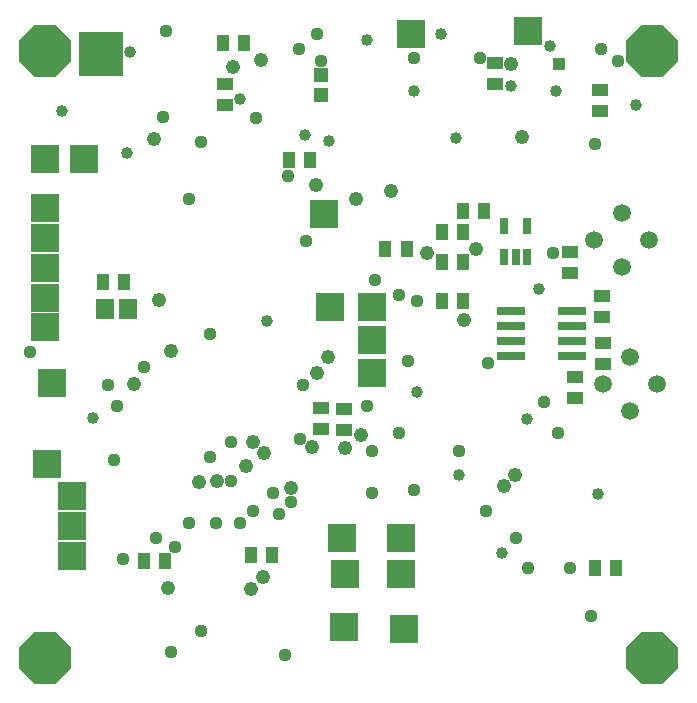
<source format=gbs>
G75*
%MOIN*%
%OFA0B0*%
%FSLAX25Y25*%
%IPPOS*%
%LPD*%
%AMOC8*
5,1,8,0,0,1.08239X$1,22.5*
%
%ADD10R,0.03950X0.05524*%
%ADD11R,0.05524X0.03950*%
%ADD12R,0.05918X0.06706*%
%ADD13C,0.05950*%
%ADD14R,0.09461X0.03162*%
%ADD15R,0.04737X0.05131*%
%ADD16R,0.03162X0.05524*%
%ADD17R,0.09800X0.09800*%
%ADD18C,0.04400*%
%ADD19C,0.04369*%
%ADD20C,0.04800*%
%ADD21OC8,0.17300*%
%ADD22C,0.03975*%
%ADD23R,0.14800X0.14800*%
%ADD24R,0.04400X0.04400*%
D10*
X0072186Y0055737D03*
X0079272Y0055737D03*
X0108020Y0057603D03*
X0115107Y0057603D03*
X0171674Y0142312D03*
X0178761Y0142312D03*
X0178761Y0155312D03*
X0171674Y0155312D03*
X0171674Y0165312D03*
X0178761Y0165312D03*
X0178674Y0172312D03*
X0185761Y0172312D03*
X0159891Y0159590D03*
X0152805Y0159590D03*
X0127761Y0189312D03*
X0120674Y0189312D03*
X0105761Y0228312D03*
X0098674Y0228312D03*
X0065753Y0148548D03*
X0058666Y0148548D03*
X0222674Y0053312D03*
X0229761Y0053312D03*
D11*
X0216117Y0110069D03*
X0216117Y0117155D03*
X0225249Y0121312D03*
X0225249Y0128398D03*
X0224910Y0136887D03*
X0224910Y0143973D03*
X0214217Y0151769D03*
X0214217Y0158855D03*
X0224217Y0205769D03*
X0224217Y0212855D03*
X0189217Y0214769D03*
X0189217Y0221855D03*
X0099217Y0214855D03*
X0099217Y0207769D03*
X0131217Y0106847D03*
X0131217Y0099761D03*
X0139091Y0099312D03*
X0139091Y0106398D03*
D12*
X0066910Y0139635D03*
X0059430Y0139635D03*
D13*
X0222477Y0162698D03*
X0231509Y0171725D03*
X0240540Y0162698D03*
X0231509Y0153670D03*
X0234249Y0123733D03*
X0243280Y0114706D03*
X0234249Y0105678D03*
X0225217Y0114706D03*
D14*
X0215068Y0124174D03*
X0215068Y0129174D03*
X0215068Y0134174D03*
X0215068Y0139174D03*
X0194595Y0139174D03*
X0194595Y0134174D03*
X0194595Y0129174D03*
X0194595Y0124174D03*
D15*
X0131217Y0210965D03*
X0131217Y0217658D03*
D16*
X0192477Y0167454D03*
X0199957Y0167454D03*
X0199957Y0157170D03*
X0196217Y0157170D03*
X0192477Y0157170D03*
D17*
X0148217Y0140312D03*
X0148217Y0129312D03*
X0148217Y0118312D03*
X0134217Y0140312D03*
X0132217Y0171312D03*
X0161217Y0231312D03*
X0200217Y0232312D03*
X0052186Y0189595D03*
X0039186Y0189595D03*
X0039217Y0173312D03*
X0039217Y0163312D03*
X0039217Y0153312D03*
X0039296Y0143383D03*
X0039454Y0133540D03*
X0041776Y0115170D03*
X0039918Y0088170D03*
X0048469Y0077485D03*
X0048469Y0067485D03*
X0048469Y0057485D03*
X0138233Y0063312D03*
X0139217Y0051343D03*
X0139076Y0033721D03*
X0158918Y0032942D03*
X0158076Y0051343D03*
X0158076Y0063312D03*
D18*
X0187107Y0121721D03*
X0208808Y0158312D03*
X0222524Y0194808D03*
X0224493Y0226304D03*
X0162485Y0223351D03*
X0130005Y0231225D03*
X0124099Y0226304D03*
X0109650Y0203220D03*
X0120162Y0183981D03*
X0078619Y0203682D03*
X0079808Y0232209D03*
D19*
X0091217Y0195312D03*
X0087217Y0176312D03*
X0126217Y0162312D03*
X0149217Y0149312D03*
X0157217Y0144312D03*
X0163217Y0142312D03*
X0160217Y0122312D03*
X0146737Y0107209D03*
X0157217Y0098312D03*
X0148217Y0092312D03*
X0148217Y0078312D03*
X0162217Y0079312D03*
X0177217Y0092312D03*
X0186217Y0072312D03*
X0196217Y0063312D03*
X0200217Y0053312D03*
X0214217Y0053312D03*
X0221217Y0037312D03*
X0210217Y0098312D03*
X0205539Y0108633D03*
X0125217Y0114312D03*
X0124217Y0096312D03*
X0115217Y0078312D03*
X0121217Y0075312D03*
X0117217Y0071312D03*
X0108713Y0072446D03*
X0104217Y0068312D03*
X0096217Y0068312D03*
X0087447Y0068398D03*
X0082737Y0060485D03*
X0076162Y0063209D03*
X0065217Y0056312D03*
X0091217Y0032312D03*
X0081217Y0025312D03*
X0119217Y0024312D03*
X0101217Y0082312D03*
X0094217Y0090312D03*
X0101217Y0095312D03*
X0072217Y0120312D03*
X0060217Y0114312D03*
X0063217Y0107312D03*
X0062217Y0089312D03*
X0034217Y0125312D03*
X0094217Y0131312D03*
X0131217Y0222312D03*
X0184217Y0223312D03*
X0230217Y0222312D03*
D20*
X0198217Y0197162D03*
X0194617Y0221462D03*
X0154567Y0179162D03*
X0142867Y0176462D03*
X0129817Y0180962D03*
X0166717Y0158462D03*
X0182917Y0159812D03*
X0178867Y0135962D03*
X0144667Y0097712D03*
X0139267Y0093212D03*
X0128317Y0093662D03*
X0121267Y0080162D03*
X0112267Y0091862D03*
X0108667Y0095462D03*
X0106417Y0087362D03*
X0096517Y0082412D03*
X0090667Y0081962D03*
X0111967Y0050262D03*
X0108017Y0046262D03*
X0080317Y0046862D03*
X0069067Y0114812D03*
X0081217Y0125612D03*
X0077167Y0142712D03*
X0075767Y0196362D03*
X0101872Y0220316D03*
X0111367Y0222812D03*
X0133517Y0123862D03*
X0129917Y0118262D03*
X0192367Y0080612D03*
X0195967Y0084212D03*
D21*
X0039217Y0023312D03*
X0039217Y0225812D03*
X0241717Y0225812D03*
X0241717Y0023312D03*
D22*
X0191603Y0058446D03*
X0177265Y0084335D03*
X0199902Y0103020D03*
X0223635Y0078178D03*
X0163485Y0111894D03*
X0203855Y0146375D03*
X0176170Y0196808D03*
X0162485Y0212524D03*
X0171343Y0231225D03*
X0194526Y0213898D03*
X0209729Y0212524D03*
X0207761Y0227288D03*
X0236304Y0207603D03*
X0146737Y0229257D03*
X0126068Y0197761D03*
X0133942Y0195792D03*
X0104336Y0209728D03*
X0067776Y0225288D03*
X0044902Y0205635D03*
X0066713Y0191855D03*
X0113272Y0135753D03*
X0055202Y0103272D03*
D23*
X0058028Y0224792D03*
D24*
X0210713Y0221383D03*
M02*

</source>
